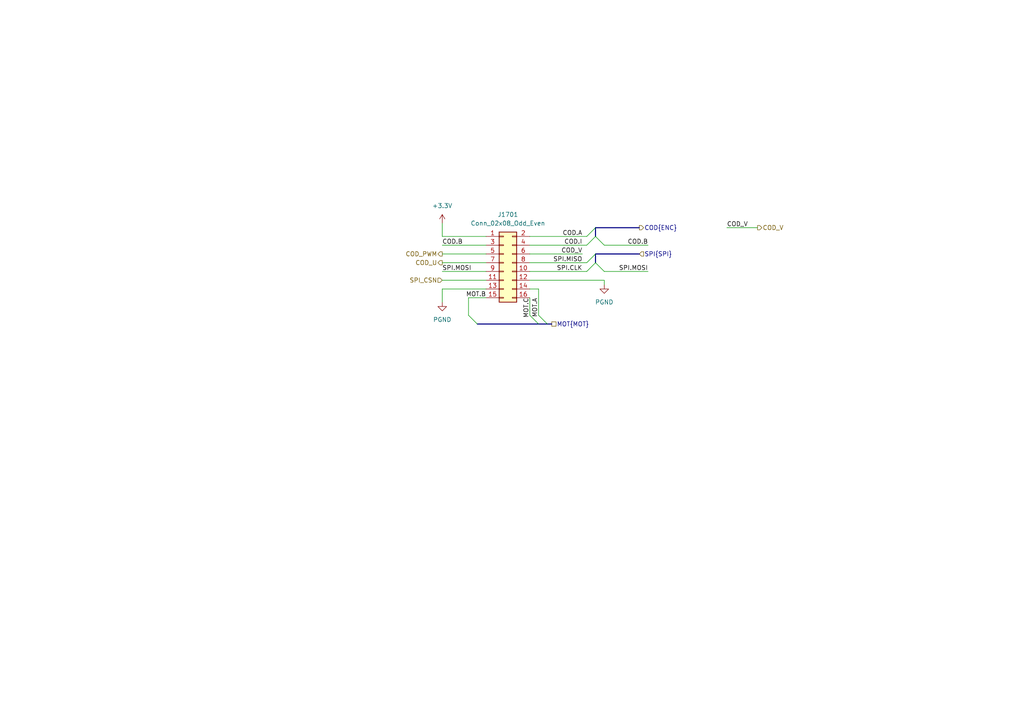
<source format=kicad_sch>
(kicad_sch (version 20240101) (generator "eeschema") (generator_version "8.99")
  (paper "A4")
  (lib_symbols
    (symbol "Connector_Generic:Conn_02x08_Odd_Even" (pin_names (offset 1.016) hide)
      (property "Reference" "J" (at 1.27 10.16 0))
      (property "Value" "Conn_02x08_Odd_Even" (at 1.27 -12.7 0))
      (symbol "Conn_02x08_Odd_Even_1_1"
        (rectangle (start -1.27 -10.033) (end 0 -10.287) (stroke (width 0.1524)))
        (rectangle (start 3.81 7.747) (end 2.54 7.493) (stroke (width 0.1524)))
        (rectangle (start 3.81 5.207) (end 2.54 4.953) (stroke (width 0.1524)))
        (rectangle (start 3.81 2.667) (end 2.54 2.413) (stroke (width 0.1524)))
        (rectangle (start 3.81 0.127) (end 2.54 -0.127) (stroke (width 0.1524)))
        (rectangle (start 3.81 -2.413) (end 2.54 -2.667) (stroke (width 0.1524)))
        (rectangle (start 3.81 -4.953) (end 2.54 -5.207) (stroke (width 0.1524)))
        (rectangle (start 3.81 -7.493) (end 2.54 -7.747) (stroke (width 0.1524)))
        (rectangle (start -1.27 8.89) (end 3.81 -11.43) (stroke (width 0.254)) (fill (type background)))
        (rectangle (start 3.81 -10.033) (end 2.54 -10.287) (stroke (width 0.1524)))
        (rectangle (start -1.27 7.747) (end 0 7.493) (stroke (width 0.1524)))
        (rectangle (start -1.27 5.207) (end 0 4.953) (stroke (width 0.1524)))
        (rectangle (start -1.27 2.667) (end 0 2.413) (stroke (width 0.1524)))
        (rectangle (start -1.27 0.127) (end 0 -0.127) (stroke (width 0.1524)))
        (rectangle (start -1.27 -2.413) (end 0 -2.667) (stroke (width 0.1524)))
        (rectangle (start -1.27 -4.953) (end 0 -5.207) (stroke (width 0.1524)))
        (rectangle (start -1.27 -7.493) (end 0 -7.747) (stroke (width 0.1524)))
        (pin passive line (at -5.08 7.62 0) (length 3.81) (name "Pin_1") (number "1"))
        (pin passive line (at 7.62 -2.54 180) (length 3.81) (name "Pin_10") (number "10"))
        (pin passive line (at -5.08 -5.08 0) (length 3.81) (name "Pin_11") (number "11"))
        (pin passive line (at 7.62 -5.08 180) (length 3.81) (name "Pin_12") (number "12"))
        (pin passive line (at -5.08 -7.62 0) (length 3.81) (name "Pin_13") (number "13"))
        (pin passive line (at 7.62 -7.62 180) (length 3.81) (name "Pin_14") (number "14"))
        (pin passive line (at -5.08 -10.16 0) (length 3.81) (name "Pin_15") (number "15"))
        (pin passive line (at 7.62 -10.16 180) (length 3.81) (name "Pin_16") (number "16"))
        (pin passive line (at 7.62 7.62 180) (length 3.81) (name "Pin_2") (number "2"))
        (pin passive line (at -5.08 5.08 0) (length 3.81) (name "Pin_3") (number "3"))
        (pin passive line (at 7.62 5.08 180) (length 3.81) (name "Pin_4") (number "4"))
        (pin passive line (at -5.08 2.54 0) (length 3.81) (name "Pin_5") (number "5"))
        (pin passive line (at 7.62 2.54 180) (length 3.81) (name "Pin_6") (number "6"))
        (pin passive line (at -5.08 0 0) (length 3.81) (name "Pin_7") (number "7"))
        (pin passive line (at 7.62 0 180) (length 3.81) (name "Pin_8") (number "8"))
        (pin passive line (at -5.08 -2.54 0) (length 3.81) (name "Pin_9") (number "9"))
      )
    )
    (symbol "power:+3.3V" (power) (pin_names (offset 0))
      (property "Value" "+3.3V" (at 0 3.556 0))
      (symbol "+3.3V_0_1"
        (polyline (pts (xy -0.762 1.27) (xy 0 2.54)))
        (polyline (pts (xy 0 0) (xy 0 2.54)))
        (polyline (pts (xy 0 2.54) (xy 0.762 1.27)))
      )
      (symbol "+3.3V_1_1"
        (pin power_in line (at 0 0 90) (length 0) hide (name "+3.3V") (number "1"))
      )
    )
    (symbol "power:GND" (power) (pin_names (offset 0))
      (property "Value" "GND" (at 0 -3.81 0))
      (symbol "GND_0_1"
        (polyline (pts (xy 0 0) (xy 0 -1.27) (xy 1.27 -1.27) (xy 0 -2.54) (xy -1.27 -1.27) (xy 0 -1.27)))
      )
      (symbol "GND_1_1"
        (pin power_in line (at 0 0 270) (length 0) hide (name "GND") (number "1"))
      )
    )
  )
  (bus_entry (at 172.72 76.2) (size -2.54 2.54))
  (bus_entry (at 172.72 68.58) (size 2.54 2.54))
  (bus_entry (at 172.72 66.04) (size -2.54 2.54))
  (bus_entry (at 172.72 76.2) (size 2.54 2.54))
  (bus_entry (at 172.72 73.66) (size -2.54 2.54))
  (bus_entry (at 158.75 93.98) (size -2.54 -2.54))
  (bus_entry (at 172.72 68.58) (size -2.54 2.54))
  (bus_entry (at 138.43 93.98) (size -2.54 -2.54))
  (bus_entry (at 156.21 93.98) (size -2.54 -2.54))
  (wire (pts (xy 128.27 68.58) (xy 140.97 68.58)))
  (wire (pts (xy 128.27 87.63) (xy 128.27 83.82)))
  (wire (pts (xy 175.26 71.12) (xy 187.96 71.12)))
  (wire (pts (xy 175.26 78.74) (xy 187.96 78.74)))
  (wire (pts (xy 128.27 78.74) (xy 140.97 78.74)))
  (wire (pts (xy 156.21 83.82) (xy 156.21 91.44)))
  (wire (pts (xy 156.21 83.82) (xy 153.67 83.82)))
  (wire (pts (xy 135.89 86.36) (xy 140.97 86.36)))
  (bus (pts (xy 185.42 66.04) (xy 172.72 66.04)))
  (wire (pts (xy 128.27 64.77) (xy 128.27 68.58)))
  (bus (pts (xy 185.42 73.66) (xy 172.72 73.66)))
  (wire (pts (xy 128.27 76.2) (xy 140.97 76.2)))
  (wire (pts (xy 128.27 81.28) (xy 140.97 81.28)))
  (wire (pts (xy 153.67 78.74) (xy 170.18 78.74)))
  (wire (pts (xy 153.67 86.36) (xy 153.67 91.44)))
  (wire (pts (xy 153.67 71.12) (xy 170.18 71.12)))
  (wire (pts (xy 153.67 68.58) (xy 170.18 68.58)))
  (bus (pts (xy 172.72 73.66) (xy 172.72 76.2)))
  (bus (pts (xy 158.75 93.98) (xy 160.02 93.98)))
  (bus (pts (xy 156.21 93.98) (xy 158.75 93.98)))
  (wire (pts (xy 175.26 82.55) (xy 175.26 81.28)))
  (bus (pts (xy 138.43 93.98) (xy 156.21 93.98)))
  (wire (pts (xy 128.27 71.12) (xy 140.97 71.12)))
  (wire (pts (xy 128.27 83.82) (xy 140.97 83.82)))
  (wire (pts (xy 135.89 86.36) (xy 135.89 91.44)))
  (bus (pts (xy 172.72 66.04) (xy 172.72 68.58)))
  (wire (pts (xy 153.67 81.28) (xy 175.26 81.28)))
  (wire (pts (xy 128.27 73.66) (xy 140.97 73.66)))
  (wire (pts (xy 153.67 76.2) (xy 170.18 76.2)))
  (wire (pts (xy 153.67 73.66) (xy 168.91 73.66)))
  (wire (pts (xy 210.82 66.04) (xy 219.71 66.04)))
  (label "MOT.B" (at 140.97 86.36 180))
  (label "SPI.MOSI" (at 128.27 78.74 0))
  (label "COD.I" (at 168.91 71.12 180))
  (label "COD.A" (at 168.91 68.58 180))
  (label "COD.B" (at 128.27 71.12 0))
  (label "MOT.C" (at 153.67 86.36 270))
  (label "MOT.A" (at 156.21 86.36 270))
  (label "COD_V" (at 168.91 73.66 180))
  (label "SPI.MOSI" (at 187.96 78.74 180))
  (label "COD_V" (at 210.82 66.04 0))
  (label "SPI.MISO" (at 168.91 76.2 180))
  (label "COD.B" (at 187.96 71.12 180))
  (label "SPI.CLK" (at 168.91 78.74 180))
  (hierarchical_label "COD_V" (shape output) (at 219.71 66.04 0))
  (hierarchical_label "SPI_CSN" (shape input) (at 128.27 81.28 180))
  (hierarchical_label "COD_U" (shape output) (at 128.27 76.2 180))
  (hierarchical_label "COD{ENC}" (shape output) (at 185.42 66.04 0))
  (hierarchical_label "COD_PWM" (shape output) (at 128.27 73.66 180))
  (hierarchical_label "MOT{MOT}" (shape passive) (at 160.02 93.98 0))
  (hierarchical_label "SPI{SPI}" (shape input) (at 185.42 73.66 0))
  (symbol (lib_id "Connector_Generic:Conn_02x08_Odd_Even") (at 146.05 76.2 0) (unit 1)
    (property "Reference" "J1701" (at 147.32 62.23 0))
    (property "Value" "Conn_02x08_Odd_Even" (at 147.32 64.77 0))
    (property "Footprint" "Connector_PinHeader_2.54mm:PinHeader_2x08_P2.54mm_Vertical" (effects (hide yes)))
    (property "Description" "Generic connector, double row, 02x08, odd/even pin numbering scheme (row 1 odd numbers, row 2 even numbers), script generated (kicad-library-utils/schlib/autogen/connector/)" (effects (hide yes)))
    (instances (project "dsv4" (path "" (reference "J1701") (unit 1)) (path "" (reference "J1501") (unit 1))))
  )
  (symbol (lib_id "power:GND") (at 175.26 82.55 0) (unit 1)
    (property "Reference" "#PWR01702" (effects (hide yes)))
    (property "Value" "PGND" (at 175.26 87.63 0))
    (property "Description" "Power symbol creates a global label with name \"GND\" , ground" (effects (hide yes)))
    (instances (project "dsv4" (path "" (reference "#PWR01702") (unit 1)) (path "" (reference "#PWR01502") (unit 1))))
  )
  (symbol (lib_id "power:+3.3V") (at 128.27 64.77 0) (unit 1)
    (property "Reference" "#PWR01701" (effects (hide yes)))
    (property "Value" "+3.3V" (at 128.27 59.69 0))
    (property "Description" "Power symbol creates a global label with name \"+3.3V\"" (effects (hide yes)))
    (instances (project "dsv4" (path "" (reference "#PWR01701") (unit 1)) (path "" (reference "#PWR01501") (unit 1))))
  )
  (symbol (lib_id "power:GND") (at 128.27 87.63 0) (unit 1)
    (property "Reference" "#PWR01703" (effects (hide yes)))
    (property "Value" "PGND" (at 128.27 92.71 0))
    (property "Description" "Power symbol creates a global label with name \"GND\" , ground" (effects (hide yes)))
    (instances (project "dsv4" (path "" (reference "#PWR01703") (unit 1)) (path "" (reference "#PWR01503") (unit 1))))
  )
)
</source>
